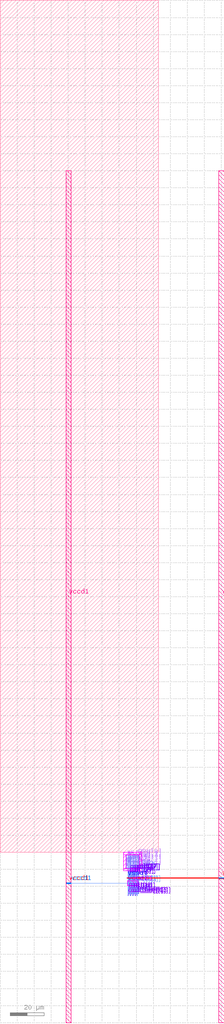
<source format=lef>
VERSION 5.7 ;
  NOWIREEXTENSIONATPIN ON ;
  DIVIDERCHAR "/" ;
  BUSBITCHARS "[]" ;
MACRO flash_array_8x8
  CLASS BLOCK ;
  FOREIGN flash_array_8x8 ;
  ORIGIN 0.000 0.000 ;
  SIZE 93.100 BY 500.000 ;
  PIN sen2
    ANTENNAGATEAREA 0.504000 ;
    PORT
      LAYER li1 ;
        RECT 75.290 -11.940 75.460 -11.925 ;
        RECT 76.730 -11.940 76.900 -11.925 ;
        RECT 78.170 -11.940 78.340 -11.925 ;
        RECT 79.610 -11.940 79.780 -11.925 ;
        RECT 75.210 -12.110 75.540 -11.940 ;
        RECT 76.650 -12.110 76.980 -11.940 ;
        RECT 78.090 -12.110 78.420 -11.940 ;
        RECT 79.530 -12.110 79.860 -11.940 ;
        RECT 75.910 -24.445 76.240 -24.275 ;
        RECT 77.350 -24.445 77.680 -24.275 ;
        RECT 78.790 -24.445 79.120 -24.275 ;
        RECT 80.230 -24.445 80.560 -24.275 ;
        RECT 75.990 -24.460 76.160 -24.445 ;
        RECT 77.430 -24.460 77.600 -24.445 ;
        RECT 78.870 -24.460 79.040 -24.445 ;
        RECT 80.310 -24.460 80.480 -24.445 ;
      LAYER mcon ;
        RECT 75.290 -12.095 75.460 -11.925 ;
        RECT 76.730 -12.095 76.900 -11.925 ;
        RECT 78.170 -12.095 78.340 -11.925 ;
        RECT 79.610 -12.095 79.780 -11.925 ;
      LAYER met1 ;
        RECT 75.005 -12.125 81.605 -11.895 ;
        RECT 81.465 -24.260 81.605 -12.125 ;
        RECT 75.005 -24.490 81.605 -24.260 ;
    END
  END sen2
  PIN sen1
    ANTENNAGATEAREA 0.504000 ;
    PORT
      LAYER li1 ;
        RECT 75.690 -12.450 76.020 -12.280 ;
        RECT 77.130 -12.450 77.460 -12.280 ;
        RECT 78.570 -12.450 78.900 -12.280 ;
        RECT 80.010 -12.450 80.340 -12.280 ;
        RECT 75.770 -12.465 75.940 -12.450 ;
        RECT 77.210 -12.465 77.380 -12.450 ;
        RECT 78.650 -12.465 78.820 -12.450 ;
        RECT 80.090 -12.465 80.260 -12.450 ;
        RECT 75.510 -23.935 75.680 -23.920 ;
        RECT 76.950 -23.935 77.120 -23.920 ;
        RECT 78.390 -23.935 78.560 -23.920 ;
        RECT 79.830 -23.935 80.000 -23.920 ;
        RECT 75.430 -24.105 75.760 -23.935 ;
        RECT 76.870 -24.105 77.200 -23.935 ;
        RECT 78.310 -24.105 78.640 -23.935 ;
        RECT 79.750 -24.105 80.080 -23.935 ;
      LAYER mcon ;
        RECT 75.510 -24.090 75.680 -23.920 ;
        RECT 76.950 -24.090 77.120 -23.920 ;
        RECT 78.390 -24.090 78.560 -23.920 ;
        RECT 79.830 -24.090 80.000 -23.920 ;
      LAYER met1 ;
        RECT 75.005 -12.495 81.325 -12.265 ;
        RECT 81.185 -23.890 81.325 -12.495 ;
        RECT 75.005 -24.120 81.325 -23.890 ;
    END
  END sen1
  PIN BL[7]
    ANTENNAGATEAREA 0.126000 ;
    ANTENNADIFFAREA 0.273000 ;
    PORT
      LAYER li1 ;
        RECT 80.240 -2.240 80.570 -2.070 ;
        RECT 80.240 -8.900 80.570 -8.730 ;
        RECT 80.085 -13.735 80.415 -13.565 ;
      LAYER mcon ;
        RECT 80.320 -2.240 80.490 -2.070 ;
        RECT 80.320 -8.900 80.490 -8.730 ;
        RECT 80.165 -13.735 80.335 -13.565 ;
      LAYER met1 ;
        RECT 80.320 -2.040 80.490 -1.905 ;
        RECT 80.260 -2.270 80.550 -2.040 ;
        RECT 80.320 -8.700 80.490 -2.270 ;
        RECT 80.260 -8.930 80.550 -8.700 ;
        RECT 80.320 -10.455 80.490 -8.930 ;
        RECT 80.275 -10.595 80.490 -10.455 ;
        RECT 80.275 -10.895 80.415 -10.595 ;
        RECT 80.155 -11.215 80.415 -10.895 ;
        RECT 80.090 -13.765 80.410 -13.505 ;
      LAYER via ;
        RECT 80.155 -11.185 80.415 -10.925 ;
        RECT 80.120 -13.765 80.380 -13.505 ;
      LAYER met2 ;
        RECT 80.155 -11.215 80.415 -10.895 ;
        RECT 80.155 -13.505 80.295 -11.215 ;
        RECT 80.090 -13.765 80.410 -13.505 ;
    END
  END BL[7]
  PIN BL[6]
    ANTENNAGATEAREA 0.126000 ;
    ANTENNADIFFAREA 0.273000 ;
    PORT
      LAYER li1 ;
        RECT 79.520 -2.240 79.850 -2.070 ;
        RECT 79.520 -8.900 79.850 -8.730 ;
        RECT 79.675 -22.800 80.005 -22.630 ;
      LAYER mcon ;
        RECT 79.600 -2.240 79.770 -2.070 ;
        RECT 79.600 -8.900 79.770 -8.730 ;
        RECT 79.755 -22.800 79.925 -22.630 ;
      LAYER met1 ;
        RECT 79.600 -2.040 79.770 -1.905 ;
        RECT 79.540 -2.270 79.830 -2.040 ;
        RECT 79.600 -8.700 79.770 -2.270 ;
        RECT 79.540 -8.930 79.830 -8.700 ;
        RECT 79.600 -10.455 79.770 -8.930 ;
        RECT 79.600 -10.595 79.835 -10.455 ;
        RECT 79.695 -10.895 79.835 -10.595 ;
        RECT 79.695 -11.155 80.015 -10.895 ;
        RECT 79.680 -22.860 80.000 -22.600 ;
      LAYER via ;
        RECT 79.725 -11.155 79.985 -10.895 ;
        RECT 79.710 -22.860 79.970 -22.600 ;
      LAYER met2 ;
        RECT 79.695 -11.155 80.015 -10.895 ;
        RECT 79.795 -22.600 79.935 -11.155 ;
        RECT 79.680 -22.860 80.000 -22.600 ;
    END
  END BL[6]
  PIN BL[5]
    ANTENNAGATEAREA 0.126000 ;
    ANTENNADIFFAREA 0.273000 ;
    PORT
      LAYER li1 ;
        RECT 78.800 -2.240 79.130 -2.070 ;
        RECT 78.800 -8.900 79.130 -8.730 ;
        RECT 78.645 -13.735 78.975 -13.565 ;
      LAYER mcon ;
        RECT 78.880 -2.240 79.050 -2.070 ;
        RECT 78.880 -8.900 79.050 -8.730 ;
        RECT 78.725 -13.735 78.895 -13.565 ;
      LAYER met1 ;
        RECT 78.880 -2.040 79.050 -1.905 ;
        RECT 78.820 -2.270 79.110 -2.040 ;
        RECT 78.880 -8.700 79.050 -2.270 ;
        RECT 78.820 -8.930 79.110 -8.700 ;
        RECT 78.880 -10.455 79.050 -8.930 ;
        RECT 78.835 -10.595 79.050 -10.455 ;
        RECT 78.835 -10.895 78.975 -10.595 ;
        RECT 78.715 -11.215 78.975 -10.895 ;
        RECT 78.650 -13.765 78.970 -13.505 ;
      LAYER via ;
        RECT 78.715 -11.185 78.975 -10.925 ;
        RECT 78.680 -13.765 78.940 -13.505 ;
      LAYER met2 ;
        RECT 78.715 -11.215 78.975 -10.895 ;
        RECT 78.715 -13.505 78.855 -11.215 ;
        RECT 78.650 -13.765 78.970 -13.505 ;
    END
  END BL[5]
  PIN BL[4]
    ANTENNAGATEAREA 0.126000 ;
    ANTENNADIFFAREA 0.273000 ;
    PORT
      LAYER li1 ;
        RECT 78.080 -2.240 78.410 -2.070 ;
        RECT 78.080 -8.900 78.410 -8.730 ;
        RECT 78.235 -22.800 78.565 -22.630 ;
      LAYER mcon ;
        RECT 78.160 -2.240 78.330 -2.070 ;
        RECT 78.160 -8.900 78.330 -8.730 ;
        RECT 78.315 -22.800 78.485 -22.630 ;
      LAYER met1 ;
        RECT 78.160 -2.040 78.330 -1.905 ;
        RECT 78.100 -2.270 78.390 -2.040 ;
        RECT 78.160 -8.700 78.330 -2.270 ;
        RECT 78.100 -8.930 78.390 -8.700 ;
        RECT 78.160 -10.455 78.330 -8.930 ;
        RECT 78.160 -10.595 78.395 -10.455 ;
        RECT 78.255 -10.895 78.395 -10.595 ;
        RECT 78.255 -11.155 78.575 -10.895 ;
        RECT 78.240 -22.860 78.560 -22.600 ;
      LAYER via ;
        RECT 78.285 -11.155 78.545 -10.895 ;
        RECT 78.270 -22.860 78.530 -22.600 ;
      LAYER met2 ;
        RECT 78.255 -11.155 78.575 -10.895 ;
        RECT 78.355 -22.600 78.495 -11.155 ;
        RECT 78.240 -22.860 78.560 -22.600 ;
    END
  END BL[4]
  PIN BL[3]
    ANTENNAGATEAREA 0.126000 ;
    ANTENNADIFFAREA 0.273000 ;
    PORT
      LAYER li1 ;
        RECT 77.360 -2.240 77.690 -2.070 ;
        RECT 77.360 -8.900 77.690 -8.730 ;
        RECT 77.205 -13.735 77.535 -13.565 ;
      LAYER mcon ;
        RECT 77.440 -2.240 77.610 -2.070 ;
        RECT 77.440 -8.900 77.610 -8.730 ;
        RECT 77.285 -13.735 77.455 -13.565 ;
      LAYER met1 ;
        RECT 77.440 -2.040 77.610 -1.905 ;
        RECT 77.380 -2.270 77.670 -2.040 ;
        RECT 77.440 -8.700 77.610 -2.270 ;
        RECT 77.380 -8.930 77.670 -8.700 ;
        RECT 77.440 -10.455 77.610 -8.930 ;
        RECT 77.395 -10.595 77.610 -10.455 ;
        RECT 77.395 -10.895 77.535 -10.595 ;
        RECT 77.275 -11.215 77.535 -10.895 ;
        RECT 77.210 -13.765 77.530 -13.505 ;
      LAYER via ;
        RECT 77.275 -11.185 77.535 -10.925 ;
        RECT 77.240 -13.765 77.500 -13.505 ;
      LAYER met2 ;
        RECT 77.275 -11.215 77.535 -10.895 ;
        RECT 77.275 -13.505 77.415 -11.215 ;
        RECT 77.210 -13.765 77.530 -13.505 ;
    END
  END BL[3]
  PIN BL[2]
    ANTENNAGATEAREA 0.126000 ;
    ANTENNADIFFAREA 0.273000 ;
    PORT
      LAYER li1 ;
        RECT 76.640 -2.240 76.970 -2.070 ;
        RECT 76.640 -8.900 76.970 -8.730 ;
        RECT 76.795 -22.800 77.125 -22.630 ;
      LAYER mcon ;
        RECT 76.720 -2.240 76.890 -2.070 ;
        RECT 76.720 -8.900 76.890 -8.730 ;
        RECT 76.875 -22.800 77.045 -22.630 ;
      LAYER met1 ;
        RECT 76.720 -2.040 76.890 -1.905 ;
        RECT 76.660 -2.270 76.950 -2.040 ;
        RECT 76.720 -8.700 76.890 -2.270 ;
        RECT 76.660 -8.930 76.950 -8.700 ;
        RECT 76.720 -10.455 76.890 -8.930 ;
        RECT 76.720 -10.595 76.955 -10.455 ;
        RECT 76.815 -10.895 76.955 -10.595 ;
        RECT 76.815 -11.155 77.135 -10.895 ;
        RECT 76.800 -22.860 77.120 -22.600 ;
      LAYER via ;
        RECT 76.845 -11.155 77.105 -10.895 ;
        RECT 76.830 -22.860 77.090 -22.600 ;
      LAYER met2 ;
        RECT 76.815 -11.155 77.135 -10.895 ;
        RECT 76.915 -22.600 77.055 -11.155 ;
        RECT 76.800 -22.860 77.120 -22.600 ;
    END
  END BL[2]
  PIN BL[1]
    ANTENNAGATEAREA 0.126000 ;
    ANTENNADIFFAREA 0.273000 ;
    PORT
      LAYER li1 ;
        RECT 75.920 -2.240 76.250 -2.070 ;
        RECT 75.920 -8.900 76.250 -8.730 ;
        RECT 75.765 -13.735 76.095 -13.565 ;
      LAYER mcon ;
        RECT 76.000 -2.240 76.170 -2.070 ;
        RECT 76.000 -8.900 76.170 -8.730 ;
        RECT 75.845 -13.735 76.015 -13.565 ;
      LAYER met1 ;
        RECT 76.000 -2.040 76.170 -1.905 ;
        RECT 75.940 -2.270 76.230 -2.040 ;
        RECT 76.000 -8.700 76.170 -2.270 ;
        RECT 75.940 -8.930 76.230 -8.700 ;
        RECT 76.000 -10.455 76.170 -8.930 ;
        RECT 75.955 -10.595 76.170 -10.455 ;
        RECT 75.955 -10.895 76.095 -10.595 ;
        RECT 75.835 -11.215 76.095 -10.895 ;
        RECT 75.770 -13.765 76.090 -13.505 ;
      LAYER via ;
        RECT 75.835 -11.185 76.095 -10.925 ;
        RECT 75.800 -13.765 76.060 -13.505 ;
      LAYER met2 ;
        RECT 75.835 -11.215 76.095 -10.895 ;
        RECT 75.835 -13.505 75.975 -11.215 ;
        RECT 75.770 -13.765 76.090 -13.505 ;
    END
  END BL[1]
  PIN BL[0]
    ANTENNAGATEAREA 0.126000 ;
    ANTENNADIFFAREA 0.273000 ;
    PORT
      LAYER li1 ;
        RECT 75.200 -2.240 75.530 -2.070 ;
        RECT 75.200 -8.900 75.530 -8.730 ;
        RECT 75.355 -22.800 75.685 -22.630 ;
      LAYER mcon ;
        RECT 75.280 -2.240 75.450 -2.070 ;
        RECT 75.280 -8.900 75.450 -8.730 ;
        RECT 75.435 -22.800 75.605 -22.630 ;
      LAYER met1 ;
        RECT 75.280 -2.040 75.450 -1.905 ;
        RECT 75.220 -2.270 75.510 -2.040 ;
        RECT 75.280 -8.700 75.450 -2.270 ;
        RECT 75.220 -8.930 75.510 -8.700 ;
        RECT 75.280 -10.455 75.450 -8.930 ;
        RECT 75.280 -10.595 75.515 -10.455 ;
        RECT 75.375 -10.895 75.515 -10.595 ;
        RECT 75.375 -11.155 75.695 -10.895 ;
        RECT 75.360 -22.860 75.680 -22.600 ;
      LAYER via ;
        RECT 75.405 -11.155 75.665 -10.895 ;
        RECT 75.390 -22.860 75.650 -22.600 ;
      LAYER met2 ;
        RECT 75.375 -11.155 75.695 -10.895 ;
        RECT 75.475 -22.600 75.615 -11.155 ;
        RECT 75.360 -22.860 75.680 -22.600 ;
    END
  END BL[0]
  PIN VBPW
    ANTENNADIFFAREA 8.916200 ;
    PORT
      LAYER li1 ;
        RECT 74.090 -1.730 81.670 -1.560 ;
        RECT 81.340 -3.260 81.670 -3.090 ;
        RECT 74.090 -3.690 74.420 -3.520 ;
        RECT 81.340 -4.120 81.670 -3.950 ;
        RECT 74.090 -4.550 74.420 -4.380 ;
        RECT 74.090 -6.590 74.420 -6.420 ;
        RECT 81.340 -7.020 81.670 -6.850 ;
        RECT 74.090 -7.450 74.420 -7.280 ;
        RECT 81.340 -7.880 81.670 -7.710 ;
        RECT 74.090 -9.410 81.670 -9.240 ;
      LAYER mcon ;
        RECT 74.170 -1.730 74.340 -1.560 ;
        RECT 81.420 -1.730 81.590 -1.560 ;
        RECT 81.420 -3.260 81.590 -3.090 ;
        RECT 74.170 -3.690 74.340 -3.520 ;
        RECT 81.420 -4.120 81.590 -3.950 ;
        RECT 74.170 -4.550 74.340 -4.380 ;
        RECT 74.170 -6.590 74.340 -6.420 ;
        RECT 81.420 -7.020 81.590 -6.850 ;
        RECT 74.170 -7.450 74.340 -7.280 ;
        RECT 81.420 -7.880 81.590 -7.710 ;
        RECT 74.170 -9.410 74.340 -9.240 ;
        RECT 81.420 -9.410 81.590 -9.240 ;
      LAYER met1 ;
        RECT 74.110 -1.760 74.400 -1.530 ;
        RECT 81.360 -1.760 81.650 -1.530 ;
        RECT 74.170 -3.490 74.340 -1.760 ;
        RECT 81.420 -3.060 81.590 -1.760 ;
        RECT 81.390 -3.290 81.620 -3.060 ;
        RECT 74.140 -3.720 74.370 -3.490 ;
        RECT 74.170 -4.350 74.340 -3.720 ;
        RECT 81.420 -3.920 81.590 -3.290 ;
        RECT 81.390 -4.150 81.620 -3.920 ;
        RECT 74.140 -4.580 74.370 -4.350 ;
        RECT 74.170 -6.390 74.340 -4.580 ;
        RECT 74.140 -6.620 74.370 -6.390 ;
        RECT 74.170 -7.250 74.340 -6.620 ;
        RECT 81.420 -6.820 81.590 -4.150 ;
        RECT 81.390 -7.050 81.620 -6.820 ;
        RECT 74.140 -7.480 74.370 -7.250 ;
        RECT 74.170 -9.210 74.340 -7.480 ;
        RECT 81.420 -7.680 81.590 -7.050 ;
        RECT 81.390 -7.910 81.620 -7.680 ;
        RECT 81.420 -9.210 81.590 -7.910 ;
        RECT 74.110 -9.440 74.400 -9.210 ;
        RECT 81.360 -9.440 81.650 -9.210 ;
    END
  END VBPW
  PIN SSL[1]
    ANTENNAGATEAREA 1.680000 ;
    PORT
      LAYER li1 ;
        RECT 80.860 -8.515 81.190 -8.345 ;
    END
  END SSL[1]
  PIN out[6]
    ANTENNADIFFAREA 0.111300 ;
    PORT
      LAYER li1 ;
        RECT 79.840 -25.055 80.010 -24.635 ;
    END
  END out[6]
  PIN out[4]
    ANTENNADIFFAREA 0.111300 ;
    PORT
      LAYER li1 ;
        RECT 78.400 -25.055 78.570 -24.635 ;
    END
  END out[4]
  PIN out[2]
    ANTENNADIFFAREA 0.111300 ;
    PORT
      LAYER li1 ;
        RECT 76.960 -25.055 77.130 -24.635 ;
    END
  END out[2]
  PIN out[0]
    ANTENNADIFFAREA 0.111300 ;
    PORT
      LAYER li1 ;
        RECT 75.520 -25.055 75.690 -24.635 ;
    END
  END out[0]
  PIN WL1[1]
    ANTENNAGATEAREA 0.792000 ;
    PORT
      LAYER li1 ;
        RECT 80.865 -7.450 81.195 -7.280 ;
    END
  END WL1[1]
  PIN WL1[0]
    ANTENNAGATEAREA 0.792000 ;
    PORT
      LAYER li1 ;
        RECT 74.575 -7.880 74.905 -7.710 ;
    END
  END WL1[0]
  PIN WL1[3]
    ANTENNAGATEAREA 0.792000 ;
    PORT
      LAYER li1 ;
        RECT 80.865 -6.590 81.195 -6.420 ;
    END
  END WL1[3]
  PIN WL1[2]
    ANTENNAGATEAREA 0.792000 ;
    PORT
      LAYER li1 ;
        RECT 74.575 -7.020 74.905 -6.850 ;
    END
  END WL1[2]
  PIN SL
    ANTENNADIFFAREA 1.344000 ;
    PORT
      LAYER li1 ;
        RECT 75.005 -5.570 80.765 -5.400 ;
    END
  END SL
  PIN GSL[1]
    ANTENNAGATEAREA 1.680000 ;
    PORT
      LAYER li1 ;
        RECT 74.535 -5.905 74.865 -5.735 ;
    END
  END GSL[1]
  PIN GSL[0]
    ANTENNAGATEAREA 1.680000 ;
    PORT
      LAYER li1 ;
        RECT 74.535 -5.235 74.865 -5.065 ;
    END
  END GSL[0]
  PIN WL0[3]
    ANTENNAGATEAREA 0.792000 ;
    PORT
      LAYER li1 ;
        RECT 80.865 -4.550 81.195 -4.380 ;
    END
  END WL0[3]
  PIN WL0[2]
    ANTENNAGATEAREA 0.792000 ;
    PORT
      LAYER li1 ;
        RECT 74.575 -4.120 74.905 -3.950 ;
    END
  END WL0[2]
  PIN WL0[1]
    ANTENNAGATEAREA 0.792000 ;
    PORT
      LAYER li1 ;
        RECT 80.865 -3.690 81.195 -3.520 ;
    END
  END WL0[1]
  PIN WL0[0]
    ANTENNAGATEAREA 0.792000 ;
    PORT
      LAYER li1 ;
        RECT 74.575 -3.260 74.905 -3.090 ;
    END
  END WL0[0]
  PIN SSL[0]
    ANTENNAGATEAREA 1.680000 ;
    PORT
      LAYER li1 ;
        RECT 80.860 -2.625 81.190 -2.455 ;
    END
  END SSL[0]
  PIN out[7]
    ANTENNADIFFAREA 0.111300 ;
    PORT
      LAYER li1 ;
        RECT 80.080 -11.750 80.250 -11.330 ;
      LAYER mcon ;
        RECT 80.080 -11.625 80.250 -11.455 ;
      LAYER met1 ;
        RECT 80.435 -11.395 80.695 -11.380 ;
        RECT 79.990 -11.685 80.695 -11.395 ;
        RECT 80.435 -11.700 80.695 -11.685 ;
      LAYER via ;
        RECT 80.435 -11.670 80.695 -11.410 ;
      LAYER met2 ;
        RECT 80.435 -11.700 80.695 -11.380 ;
        RECT 80.555 -25.430 80.695 -11.700 ;
    END
  END out[7]
  PIN out_en[3]
    ANTENNAGATEAREA 0.126000 ;
    PORT
      LAYER li1 ;
        RECT 79.440 -11.140 80.545 -10.970 ;
        RECT 79.440 -11.680 79.610 -11.140 ;
        RECT 79.440 -25.415 79.875 -25.245 ;
      LAYER met1 ;
        RECT 79.395 -11.755 79.655 -11.435 ;
        RECT 79.395 -25.490 79.655 -25.170 ;
      LAYER via ;
        RECT 79.395 -11.725 79.655 -11.465 ;
        RECT 79.395 -25.460 79.655 -25.200 ;
      LAYER met2 ;
        RECT 79.395 -11.755 79.655 -11.435 ;
        RECT 79.395 -25.170 79.535 -11.755 ;
        RECT 79.395 -25.490 79.655 -25.170 ;
    END
  END out_en[3]
  PIN out[5]
    ANTENNADIFFAREA 0.111300 ;
    PORT
      LAYER li1 ;
        RECT 78.640 -11.750 78.810 -11.330 ;
      LAYER mcon ;
        RECT 78.640 -11.625 78.810 -11.455 ;
      LAYER met1 ;
        RECT 78.995 -11.395 79.255 -11.380 ;
        RECT 78.550 -11.685 79.255 -11.395 ;
        RECT 78.995 -11.700 79.255 -11.685 ;
      LAYER via ;
        RECT 78.995 -11.670 79.255 -11.410 ;
      LAYER met2 ;
        RECT 78.995 -11.700 79.255 -11.380 ;
        RECT 79.115 -25.430 79.255 -11.700 ;
    END
  END out[5]
  PIN out_en[2]
    ANTENNAGATEAREA 0.126000 ;
    PORT
      LAYER li1 ;
        RECT 78.000 -11.140 79.105 -10.970 ;
        RECT 78.000 -11.680 78.170 -11.140 ;
        RECT 78.000 -25.415 78.435 -25.245 ;
      LAYER met1 ;
        RECT 77.955 -11.755 78.215 -11.435 ;
        RECT 77.955 -25.490 78.215 -25.170 ;
      LAYER via ;
        RECT 77.955 -11.725 78.215 -11.465 ;
        RECT 77.955 -25.460 78.215 -25.200 ;
      LAYER met2 ;
        RECT 77.955 -11.755 78.215 -11.435 ;
        RECT 77.955 -25.170 78.095 -11.755 ;
        RECT 77.955 -25.490 78.215 -25.170 ;
    END
  END out_en[2]
  PIN out[3]
    ANTENNADIFFAREA 0.111300 ;
    PORT
      LAYER li1 ;
        RECT 77.200 -11.750 77.370 -11.330 ;
      LAYER mcon ;
        RECT 77.200 -11.625 77.370 -11.455 ;
      LAYER met1 ;
        RECT 77.555 -11.395 77.815 -11.380 ;
        RECT 77.110 -11.685 77.815 -11.395 ;
        RECT 77.555 -11.700 77.815 -11.685 ;
      LAYER via ;
        RECT 77.555 -11.670 77.815 -11.410 ;
      LAYER met2 ;
        RECT 77.555 -11.700 77.815 -11.380 ;
        RECT 77.675 -25.430 77.815 -11.700 ;
    END
  END out[3]
  PIN out_en[1]
    ANTENNAGATEAREA 0.126000 ;
    PORT
      LAYER li1 ;
        RECT 76.560 -11.140 77.665 -10.970 ;
        RECT 76.560 -11.680 76.730 -11.140 ;
        RECT 76.560 -25.415 76.995 -25.245 ;
      LAYER met1 ;
        RECT 76.515 -11.755 76.775 -11.435 ;
        RECT 76.515 -25.490 76.775 -25.170 ;
      LAYER via ;
        RECT 76.515 -11.725 76.775 -11.465 ;
        RECT 76.515 -25.460 76.775 -25.200 ;
      LAYER met2 ;
        RECT 76.515 -11.755 76.775 -11.435 ;
        RECT 76.515 -25.170 76.655 -11.755 ;
        RECT 76.515 -25.490 76.775 -25.170 ;
    END
  END out_en[1]
  PIN out[1]
    ANTENNADIFFAREA 0.111300 ;
    PORT
      LAYER li1 ;
        RECT 75.760 -11.750 75.930 -11.330 ;
      LAYER mcon ;
        RECT 75.760 -11.625 75.930 -11.455 ;
      LAYER met1 ;
        RECT 76.115 -11.395 76.375 -11.380 ;
        RECT 75.670 -11.685 76.375 -11.395 ;
        RECT 76.115 -11.700 76.375 -11.685 ;
      LAYER via ;
        RECT 76.115 -11.670 76.375 -11.410 ;
      LAYER met2 ;
        RECT 76.115 -11.700 76.375 -11.380 ;
        RECT 76.235 -25.430 76.375 -11.700 ;
    END
  END out[1]
  PIN out_en[0]
    ANTENNAGATEAREA 0.126000 ;
    PORT
      LAYER li1 ;
        RECT 75.120 -11.140 76.225 -10.970 ;
        RECT 75.120 -11.680 75.290 -11.140 ;
        RECT 75.120 -25.415 75.555 -25.245 ;
      LAYER met1 ;
        RECT 75.075 -11.755 75.335 -11.435 ;
        RECT 75.075 -25.490 75.335 -25.170 ;
      LAYER via ;
        RECT 75.075 -11.725 75.335 -11.465 ;
        RECT 75.075 -25.460 75.335 -25.200 ;
      LAYER met2 ;
        RECT 75.075 -11.755 75.335 -11.435 ;
        RECT 75.075 -25.170 75.215 -11.755 ;
        RECT 75.075 -25.490 75.335 -25.170 ;
    END
  END out_en[0]
  PIN vccd1
    DIRECTION INOUT ;
    USE POWER ;
    PORT
      LAYER nwell ;
        RECT 74.825 -19.565 80.945 -16.815 ;
      LAYER li1 ;
        RECT 75.640 -18.105 75.810 -17.010 ;
        RECT 77.080 -18.105 77.250 -17.010 ;
        RECT 78.520 -18.105 78.690 -17.010 ;
        RECT 79.960 -18.105 80.130 -17.010 ;
        RECT 75.005 -18.275 80.765 -18.105 ;
        RECT 75.640 -19.370 75.810 -18.275 ;
        RECT 77.080 -19.370 77.250 -18.275 ;
        RECT 78.520 -19.370 78.690 -18.275 ;
        RECT 79.960 -19.370 80.130 -18.275 ;
      LAYER mcon ;
        RECT 75.640 -18.275 75.810 -18.105 ;
        RECT 77.080 -18.275 77.250 -18.105 ;
        RECT 78.520 -18.275 78.690 -18.105 ;
        RECT 79.960 -18.275 80.130 -18.105 ;
      LAYER met1 ;
        RECT 74.615 -18.075 74.935 -18.060 ;
        RECT 74.615 -18.305 80.765 -18.075 ;
        RECT 74.615 -18.320 74.935 -18.305 ;
      LAYER via ;
        RECT 74.645 -18.320 74.905 -18.060 ;
      LAYER met2 ;
        RECT 38.685 -18.120 41.785 -18.050 ;
        RECT 74.615 -18.120 74.935 -18.060 ;
        RECT 38.685 -18.260 74.935 -18.120 ;
        RECT 38.685 -18.330 41.785 -18.260 ;
        RECT 74.615 -18.320 74.935 -18.260 ;
      LAYER via2 ;
        RECT 39.060 -18.330 39.340 -18.050 ;
        RECT 39.460 -18.330 39.740 -18.050 ;
        RECT 39.860 -18.330 40.140 -18.050 ;
        RECT 40.260 -18.330 40.540 -18.050 ;
        RECT 40.660 -18.330 40.940 -18.050 ;
        RECT 41.060 -18.330 41.340 -18.050 ;
        RECT 41.460 -18.330 41.740 -18.050 ;
      LAYER met3 ;
        RECT 38.685 -18.390 41.785 -17.990 ;
      LAYER via3 ;
        RECT 39.040 -18.350 39.360 -18.030 ;
        RECT 39.440 -18.350 39.760 -18.030 ;
        RECT 39.840 -18.350 40.160 -18.030 ;
        RECT 40.240 -18.350 40.560 -18.030 ;
        RECT 40.640 -18.350 40.960 -18.030 ;
        RECT 41.040 -18.350 41.360 -18.030 ;
        RECT 41.440 -18.350 41.760 -18.030 ;
      LAYER met4 ;
        RECT 38.685 -100.000 41.785 400.000 ;
    END
  END vccd1
  PIN vssd1
    DIRECTION INOUT ;
    USE GROUND ;
    PORT
      LAYER li1 ;
        RECT 75.855 -13.965 76.025 -13.905 ;
        RECT 77.295 -13.965 77.465 -13.905 ;
        RECT 78.735 -13.965 78.905 -13.905 ;
        RECT 80.175 -13.965 80.345 -13.905 ;
        RECT 75.835 -14.135 76.025 -13.965 ;
        RECT 77.275 -14.135 77.465 -13.965 ;
        RECT 78.715 -14.135 78.905 -13.965 ;
        RECT 80.155 -14.135 80.345 -13.965 ;
        RECT 75.855 -14.655 76.025 -14.135 ;
        RECT 77.295 -14.655 77.465 -14.135 ;
        RECT 78.735 -14.655 78.905 -14.135 ;
        RECT 80.175 -14.655 80.345 -14.135 ;
        RECT 75.560 -15.275 75.890 -15.105 ;
        RECT 77.000 -15.275 77.330 -15.105 ;
        RECT 78.440 -15.275 78.770 -15.105 ;
        RECT 79.880 -15.275 80.210 -15.105 ;
        RECT 75.640 -15.920 75.810 -15.275 ;
        RECT 77.080 -15.920 77.250 -15.275 ;
        RECT 78.520 -15.920 78.690 -15.275 ;
        RECT 79.960 -15.920 80.130 -15.275 ;
        RECT 75.640 -21.090 75.810 -20.460 ;
        RECT 77.080 -21.090 77.250 -20.460 ;
        RECT 78.520 -21.090 78.690 -20.460 ;
        RECT 79.960 -21.090 80.130 -20.460 ;
        RECT 75.560 -21.260 75.890 -21.090 ;
        RECT 77.000 -21.260 77.330 -21.090 ;
        RECT 78.440 -21.260 78.770 -21.090 ;
        RECT 79.880 -21.260 80.210 -21.090 ;
        RECT 75.425 -22.230 75.595 -21.710 ;
        RECT 76.865 -22.230 77.035 -21.710 ;
        RECT 78.305 -22.230 78.475 -21.710 ;
        RECT 79.745 -22.230 79.915 -21.710 ;
        RECT 75.425 -22.400 75.615 -22.230 ;
        RECT 76.865 -22.400 77.055 -22.230 ;
        RECT 78.305 -22.400 78.495 -22.230 ;
        RECT 79.745 -22.400 79.935 -22.230 ;
        RECT 75.425 -22.460 75.595 -22.400 ;
        RECT 76.865 -22.460 77.035 -22.400 ;
        RECT 78.305 -22.460 78.475 -22.400 ;
        RECT 79.745 -22.460 79.915 -22.400 ;
      LAYER mcon ;
        RECT 75.835 -14.135 76.005 -13.965 ;
        RECT 77.275 -14.135 77.445 -13.965 ;
        RECT 78.715 -14.135 78.885 -13.965 ;
        RECT 80.155 -14.135 80.325 -13.965 ;
        RECT 75.640 -15.275 75.810 -15.105 ;
        RECT 77.080 -15.275 77.250 -15.105 ;
        RECT 78.520 -15.275 78.690 -15.105 ;
        RECT 79.960 -15.275 80.130 -15.105 ;
        RECT 75.640 -21.260 75.810 -21.090 ;
        RECT 77.080 -21.260 77.250 -21.090 ;
        RECT 78.520 -21.260 78.690 -21.090 ;
        RECT 79.960 -21.260 80.130 -21.090 ;
        RECT 75.445 -22.400 75.615 -22.230 ;
        RECT 76.885 -22.400 77.055 -22.230 ;
        RECT 78.325 -22.400 78.495 -22.230 ;
        RECT 79.765 -22.400 79.935 -22.230 ;
      LAYER met1 ;
        RECT 75.805 -14.195 76.035 -13.905 ;
        RECT 77.245 -14.195 77.475 -13.905 ;
        RECT 78.685 -14.195 78.915 -13.905 ;
        RECT 80.125 -14.195 80.355 -13.905 ;
        RECT 75.805 -15.075 75.945 -14.195 ;
        RECT 77.245 -15.075 77.385 -14.195 ;
        RECT 78.685 -15.075 78.825 -14.195 ;
        RECT 80.125 -15.075 80.265 -14.195 ;
        RECT 74.615 -15.120 74.935 -15.085 ;
        RECT 75.580 -15.120 75.945 -15.075 ;
        RECT 77.020 -15.120 77.385 -15.075 ;
        RECT 78.460 -15.120 78.825 -15.075 ;
        RECT 79.900 -15.120 80.265 -15.075 ;
        RECT 74.615 -15.305 81.045 -15.120 ;
        RECT 74.615 -15.345 74.935 -15.305 ;
        RECT 80.905 -21.060 81.045 -15.305 ;
        RECT 75.005 -21.245 81.045 -21.060 ;
        RECT 75.505 -21.290 75.870 -21.245 ;
        RECT 76.945 -21.290 77.310 -21.245 ;
        RECT 78.385 -21.290 78.750 -21.245 ;
        RECT 79.825 -21.290 80.190 -21.245 ;
        RECT 75.505 -22.170 75.645 -21.290 ;
        RECT 76.945 -22.170 77.085 -21.290 ;
        RECT 78.385 -22.170 78.525 -21.290 ;
        RECT 79.825 -22.170 79.965 -21.290 ;
        RECT 75.415 -22.460 75.645 -22.170 ;
        RECT 76.855 -22.460 77.085 -22.170 ;
        RECT 78.295 -22.460 78.525 -22.170 ;
        RECT 79.735 -22.460 79.965 -22.170 ;
      LAYER via ;
        RECT 74.645 -15.345 74.905 -15.085 ;
      LAYER met2 ;
        RECT 74.565 -15.355 74.935 -15.075 ;
      LAYER via2 ;
        RECT 74.610 -15.355 74.890 -15.075 ;
      LAYER met3 ;
        RECT 128.685 -15.050 131.785 -15.015 ;
        RECT 74.585 -15.380 131.785 -15.050 ;
        RECT 128.685 -15.415 131.785 -15.380 ;
      LAYER via3 ;
        RECT 128.690 -15.375 129.010 -15.055 ;
        RECT 129.090 -15.375 129.410 -15.055 ;
        RECT 129.490 -15.375 129.810 -15.055 ;
        RECT 129.890 -15.375 130.210 -15.055 ;
        RECT 130.290 -15.375 130.610 -15.055 ;
        RECT 130.690 -15.375 131.010 -15.055 ;
        RECT 131.090 -15.375 131.410 -15.055 ;
      LAYER met4 ;
        RECT 128.685 -100.000 131.785 400.000 ;
    END
  END vssd1
  OBS
      LAYER nwell ;
        RECT 72.490 -1.430 83.280 0.000 ;
        RECT 72.490 -9.540 73.920 -1.430 ;
        RECT 81.850 -9.540 83.280 -1.430 ;
        RECT 72.490 -10.970 83.280 -9.540 ;
      LAYER li1 ;
        RECT 75.570 -0.350 75.900 -0.180 ;
        RECT 77.010 -0.350 77.340 -0.180 ;
        RECT 78.450 -0.350 78.780 -0.180 ;
        RECT 79.890 -0.350 80.220 -0.180 ;
        RECT 75.570 -10.790 75.900 -10.620 ;
        RECT 77.010 -10.790 77.340 -10.620 ;
        RECT 78.450 -10.790 78.780 -10.620 ;
        RECT 79.890 -10.790 80.220 -10.620 ;
        RECT 76.190 -11.455 76.360 -11.330 ;
        RECT 77.630 -11.455 77.800 -11.330 ;
        RECT 79.070 -11.455 79.240 -11.330 ;
        RECT 80.510 -11.455 80.680 -11.330 ;
        RECT 76.160 -11.625 76.360 -11.455 ;
        RECT 77.600 -11.625 77.800 -11.455 ;
        RECT 79.040 -11.625 79.240 -11.455 ;
        RECT 80.480 -11.625 80.680 -11.455 ;
        RECT 76.190 -12.670 76.360 -11.625 ;
        RECT 77.630 -12.670 77.800 -11.625 ;
        RECT 79.070 -12.670 79.240 -11.625 ;
        RECT 80.510 -12.670 80.680 -11.625 ;
        RECT 75.055 -13.050 75.400 -12.880 ;
        RECT 75.640 -13.220 75.810 -12.755 ;
        RECT 76.155 -12.775 76.360 -12.670 ;
        RECT 76.155 -12.800 76.325 -12.775 ;
        RECT 76.070 -13.130 76.325 -12.800 ;
        RECT 76.495 -13.050 76.840 -12.880 ;
        RECT 76.155 -13.175 76.325 -13.130 ;
        RECT 77.080 -13.220 77.250 -12.755 ;
        RECT 77.595 -12.775 77.800 -12.670 ;
        RECT 77.595 -12.800 77.765 -12.775 ;
        RECT 77.510 -13.130 77.765 -12.800 ;
        RECT 77.935 -13.050 78.280 -12.880 ;
        RECT 77.595 -13.175 77.765 -13.130 ;
        RECT 78.520 -13.220 78.690 -12.755 ;
        RECT 79.035 -12.775 79.240 -12.670 ;
        RECT 79.035 -12.800 79.205 -12.775 ;
        RECT 78.950 -13.130 79.205 -12.800 ;
        RECT 79.375 -13.050 79.720 -12.880 ;
        RECT 79.035 -13.175 79.205 -13.130 ;
        RECT 79.960 -13.220 80.130 -12.755 ;
        RECT 80.475 -12.775 80.680 -12.670 ;
        RECT 80.475 -12.800 80.645 -12.775 ;
        RECT 80.390 -13.130 80.645 -12.800 ;
        RECT 80.475 -13.175 80.645 -13.130 ;
        RECT 75.425 -13.390 75.810 -13.220 ;
        RECT 76.865 -13.390 77.250 -13.220 ;
        RECT 78.305 -13.390 78.690 -13.220 ;
        RECT 79.745 -13.390 80.130 -13.220 ;
        RECT 75.425 -14.655 75.595 -13.390 ;
        RECT 76.865 -14.655 77.035 -13.390 ;
        RECT 78.305 -14.655 78.475 -13.390 ;
        RECT 79.745 -14.655 79.915 -13.390 ;
        RECT 75.090 -14.950 75.305 -14.780 ;
        RECT 76.145 -14.950 76.360 -14.780 ;
        RECT 75.090 -15.590 75.260 -14.950 ;
        RECT 76.190 -15.590 76.360 -14.950 ;
        RECT 75.090 -15.920 75.380 -15.590 ;
        RECT 76.070 -15.920 76.360 -15.590 ;
        RECT 75.090 -16.590 75.260 -15.920 ;
        RECT 75.430 -16.170 75.600 -16.090 ;
        RECT 76.190 -16.170 76.360 -15.920 ;
        RECT 75.430 -16.340 76.360 -16.170 ;
        RECT 75.430 -16.420 75.600 -16.340 ;
        RECT 75.850 -16.590 76.020 -16.510 ;
        RECT 75.090 -16.760 76.020 -16.590 ;
        RECT 75.090 -17.060 75.260 -16.760 ;
        RECT 75.850 -16.840 76.020 -16.760 ;
        RECT 75.090 -17.730 75.380 -17.060 ;
        RECT 76.190 -17.140 76.360 -16.340 ;
        RECT 75.990 -17.310 76.360 -17.140 ;
        RECT 76.190 -17.480 76.360 -17.310 ;
        RECT 75.990 -17.650 76.360 -17.480 ;
        RECT 75.090 -17.835 75.260 -17.730 ;
        RECT 76.190 -17.835 76.360 -17.650 ;
        RECT 76.530 -14.950 76.745 -14.780 ;
        RECT 77.585 -14.950 77.800 -14.780 ;
        RECT 76.530 -15.590 76.700 -14.950 ;
        RECT 77.630 -15.590 77.800 -14.950 ;
        RECT 76.530 -15.920 76.820 -15.590 ;
        RECT 77.510 -15.920 77.800 -15.590 ;
        RECT 76.530 -16.590 76.700 -15.920 ;
        RECT 76.870 -16.170 77.040 -16.090 ;
        RECT 77.630 -16.170 77.800 -15.920 ;
        RECT 76.870 -16.340 77.800 -16.170 ;
        RECT 76.870 -16.420 77.040 -16.340 ;
        RECT 77.290 -16.590 77.460 -16.510 ;
        RECT 76.530 -16.760 77.460 -16.590 ;
        RECT 76.530 -17.060 76.700 -16.760 ;
        RECT 77.290 -16.840 77.460 -16.760 ;
        RECT 76.530 -17.730 76.820 -17.060 ;
        RECT 77.630 -17.140 77.800 -16.340 ;
        RECT 77.430 -17.310 77.800 -17.140 ;
        RECT 77.630 -17.480 77.800 -17.310 ;
        RECT 77.430 -17.650 77.800 -17.480 ;
        RECT 76.530 -17.835 76.700 -17.730 ;
        RECT 77.630 -17.835 77.800 -17.650 ;
        RECT 77.970 -14.950 78.185 -14.780 ;
        RECT 79.025 -14.950 79.240 -14.780 ;
        RECT 77.970 -15.590 78.140 -14.950 ;
        RECT 79.070 -15.590 79.240 -14.950 ;
        RECT 77.970 -15.920 78.260 -15.590 ;
        RECT 78.950 -15.920 79.240 -15.590 ;
        RECT 77.970 -16.590 78.140 -15.920 ;
        RECT 78.310 -16.170 78.480 -16.090 ;
        RECT 79.070 -16.170 79.240 -15.920 ;
        RECT 78.310 -16.340 79.240 -16.170 ;
        RECT 78.310 -16.420 78.480 -16.340 ;
        RECT 78.730 -16.590 78.900 -16.510 ;
        RECT 77.970 -16.760 78.900 -16.590 ;
        RECT 77.970 -17.060 78.140 -16.760 ;
        RECT 78.730 -16.840 78.900 -16.760 ;
        RECT 77.970 -17.730 78.260 -17.060 ;
        RECT 79.070 -17.140 79.240 -16.340 ;
        RECT 78.870 -17.310 79.240 -17.140 ;
        RECT 79.070 -17.480 79.240 -17.310 ;
        RECT 78.870 -17.650 79.240 -17.480 ;
        RECT 77.970 -17.835 78.140 -17.730 ;
        RECT 79.070 -17.835 79.240 -17.650 ;
        RECT 79.410 -14.950 79.625 -14.780 ;
        RECT 80.465 -14.950 80.680 -14.780 ;
        RECT 79.410 -15.590 79.580 -14.950 ;
        RECT 80.510 -15.590 80.680 -14.950 ;
        RECT 79.410 -15.920 79.700 -15.590 ;
        RECT 80.390 -15.920 80.680 -15.590 ;
        RECT 79.410 -16.590 79.580 -15.920 ;
        RECT 79.750 -16.170 79.920 -16.090 ;
        RECT 80.510 -16.170 80.680 -15.920 ;
        RECT 79.750 -16.340 80.680 -16.170 ;
        RECT 79.750 -16.420 79.920 -16.340 ;
        RECT 80.170 -16.590 80.340 -16.510 ;
        RECT 79.410 -16.760 80.340 -16.590 ;
        RECT 79.410 -17.060 79.580 -16.760 ;
        RECT 80.170 -16.840 80.340 -16.760 ;
        RECT 79.410 -17.730 79.700 -17.060 ;
        RECT 80.510 -17.140 80.680 -16.340 ;
        RECT 80.310 -17.310 80.680 -17.140 ;
        RECT 80.510 -17.480 80.680 -17.310 ;
        RECT 80.310 -17.650 80.680 -17.480 ;
        RECT 79.410 -17.835 79.580 -17.730 ;
        RECT 80.510 -17.835 80.680 -17.650 ;
        RECT 75.090 -18.730 75.260 -18.545 ;
        RECT 76.190 -18.730 76.360 -18.545 ;
        RECT 75.090 -18.900 75.460 -18.730 ;
        RECT 75.990 -18.900 76.360 -18.730 ;
        RECT 75.090 -19.070 75.260 -18.900 ;
        RECT 76.190 -19.070 76.360 -18.900 ;
        RECT 75.090 -19.240 75.460 -19.070 ;
        RECT 75.990 -19.240 76.360 -19.070 ;
        RECT 75.090 -20.040 75.260 -19.240 ;
        RECT 75.430 -19.620 75.600 -19.540 ;
        RECT 76.190 -19.620 76.360 -19.240 ;
        RECT 75.430 -19.790 76.360 -19.620 ;
        RECT 75.430 -19.870 75.600 -19.790 ;
        RECT 75.850 -20.040 76.020 -19.960 ;
        RECT 75.090 -20.210 76.020 -20.040 ;
        RECT 75.090 -20.525 75.260 -20.210 ;
        RECT 75.850 -20.290 76.020 -20.210 ;
        RECT 76.190 -20.525 76.360 -19.790 ;
        RECT 75.090 -20.695 75.460 -20.525 ;
        RECT 75.990 -20.695 76.360 -20.525 ;
        RECT 75.090 -21.415 75.260 -20.695 ;
        RECT 76.190 -21.415 76.360 -20.695 ;
        RECT 75.090 -21.585 75.305 -21.415 ;
        RECT 76.145 -21.585 76.360 -21.415 ;
        RECT 76.530 -18.730 76.700 -18.545 ;
        RECT 77.630 -18.730 77.800 -18.545 ;
        RECT 76.530 -18.900 76.900 -18.730 ;
        RECT 77.430 -18.900 77.800 -18.730 ;
        RECT 76.530 -19.070 76.700 -18.900 ;
        RECT 77.630 -19.070 77.800 -18.900 ;
        RECT 76.530 -19.240 76.900 -19.070 ;
        RECT 77.430 -19.240 77.800 -19.070 ;
        RECT 76.530 -20.040 76.700 -19.240 ;
        RECT 76.870 -19.620 77.040 -19.540 ;
        RECT 77.630 -19.620 77.800 -19.240 ;
        RECT 76.870 -19.790 77.800 -19.620 ;
        RECT 76.870 -19.870 77.040 -19.790 ;
        RECT 77.290 -20.040 77.460 -19.960 ;
        RECT 76.530 -20.210 77.460 -20.040 ;
        RECT 76.530 -20.525 76.700 -20.210 ;
        RECT 77.290 -20.290 77.460 -20.210 ;
        RECT 77.630 -20.525 77.800 -19.790 ;
        RECT 76.530 -20.695 76.900 -20.525 ;
        RECT 77.430 -20.695 77.800 -20.525 ;
        RECT 76.530 -21.415 76.700 -20.695 ;
        RECT 77.630 -21.415 77.800 -20.695 ;
        RECT 76.530 -21.585 76.745 -21.415 ;
        RECT 77.585 -21.585 77.800 -21.415 ;
        RECT 77.970 -18.730 78.140 -18.545 ;
        RECT 79.070 -18.730 79.240 -18.545 ;
        RECT 77.970 -18.900 78.340 -18.730 ;
        RECT 78.870 -18.900 79.240 -18.730 ;
        RECT 77.970 -19.070 78.140 -18.900 ;
        RECT 79.070 -19.070 79.240 -18.900 ;
        RECT 77.970 -19.240 78.340 -19.070 ;
        RECT 78.870 -19.240 79.240 -19.070 ;
        RECT 77.970 -20.040 78.140 -19.240 ;
        RECT 78.310 -19.620 78.480 -19.540 ;
        RECT 79.070 -19.620 79.240 -19.240 ;
        RECT 78.310 -19.790 79.240 -19.620 ;
        RECT 78.310 -19.870 78.480 -19.790 ;
        RECT 78.730 -20.040 78.900 -19.960 ;
        RECT 77.970 -20.210 78.900 -20.040 ;
        RECT 77.970 -20.525 78.140 -20.210 ;
        RECT 78.730 -20.290 78.900 -20.210 ;
        RECT 79.070 -20.525 79.240 -19.790 ;
        RECT 77.970 -20.695 78.340 -20.525 ;
        RECT 78.870 -20.695 79.240 -20.525 ;
        RECT 77.970 -21.415 78.140 -20.695 ;
        RECT 79.070 -21.415 79.240 -20.695 ;
        RECT 77.970 -21.585 78.185 -21.415 ;
        RECT 79.025 -21.585 79.240 -21.415 ;
        RECT 79.410 -18.730 79.580 -18.545 ;
        RECT 80.510 -18.730 80.680 -18.545 ;
        RECT 79.410 -18.900 79.780 -18.730 ;
        RECT 80.310 -18.900 80.680 -18.730 ;
        RECT 79.410 -19.070 79.580 -18.900 ;
        RECT 80.510 -19.070 80.680 -18.900 ;
        RECT 79.410 -19.240 79.780 -19.070 ;
        RECT 80.310 -19.240 80.680 -19.070 ;
        RECT 79.410 -20.040 79.580 -19.240 ;
        RECT 79.750 -19.620 79.920 -19.540 ;
        RECT 80.510 -19.620 80.680 -19.240 ;
        RECT 79.750 -19.790 80.680 -19.620 ;
        RECT 79.750 -19.870 79.920 -19.790 ;
        RECT 80.170 -20.040 80.340 -19.960 ;
        RECT 79.410 -20.210 80.340 -20.040 ;
        RECT 79.410 -20.525 79.580 -20.210 ;
        RECT 80.170 -20.290 80.340 -20.210 ;
        RECT 80.510 -20.525 80.680 -19.790 ;
        RECT 79.410 -20.695 79.780 -20.525 ;
        RECT 80.310 -20.695 80.680 -20.525 ;
        RECT 79.410 -21.415 79.580 -20.695 ;
        RECT 80.510 -21.415 80.680 -20.695 ;
        RECT 79.410 -21.585 79.625 -21.415 ;
        RECT 80.465 -21.585 80.680 -21.415 ;
        RECT 75.855 -22.975 76.025 -21.710 ;
        RECT 77.295 -22.975 77.465 -21.710 ;
        RECT 78.735 -22.975 78.905 -21.710 ;
        RECT 80.175 -22.975 80.345 -21.710 ;
        RECT 75.640 -23.145 76.025 -22.975 ;
        RECT 77.080 -23.145 77.465 -22.975 ;
        RECT 78.520 -23.145 78.905 -22.975 ;
        RECT 79.960 -23.145 80.345 -22.975 ;
        RECT 75.090 -23.315 75.260 -23.190 ;
        RECT 75.090 -23.485 75.460 -23.315 ;
        RECT 75.090 -25.055 75.260 -23.485 ;
        RECT 75.640 -23.610 75.810 -23.145 ;
        RECT 76.190 -23.315 76.360 -23.190 ;
        RECT 76.050 -23.485 76.360 -23.315 ;
        RECT 76.190 -23.610 76.360 -23.485 ;
        RECT 76.530 -23.315 76.700 -23.190 ;
        RECT 76.530 -23.485 76.900 -23.315 ;
        RECT 76.530 -25.055 76.700 -23.485 ;
        RECT 77.080 -23.610 77.250 -23.145 ;
        RECT 77.630 -23.315 77.800 -23.190 ;
        RECT 77.490 -23.485 77.800 -23.315 ;
        RECT 77.630 -23.610 77.800 -23.485 ;
        RECT 77.970 -23.315 78.140 -23.190 ;
        RECT 77.970 -23.485 78.340 -23.315 ;
        RECT 77.970 -25.055 78.140 -23.485 ;
        RECT 78.520 -23.610 78.690 -23.145 ;
        RECT 79.070 -23.315 79.240 -23.190 ;
        RECT 78.930 -23.485 79.240 -23.315 ;
        RECT 79.070 -23.610 79.240 -23.485 ;
        RECT 79.410 -23.315 79.580 -23.190 ;
        RECT 79.410 -23.485 79.780 -23.315 ;
        RECT 79.410 -25.055 79.580 -23.485 ;
        RECT 79.960 -23.610 80.130 -23.145 ;
        RECT 80.510 -23.315 80.680 -23.190 ;
        RECT 80.370 -23.485 80.680 -23.315 ;
        RECT 80.510 -23.610 80.680 -23.485 ;
      LAYER mcon ;
        RECT 75.105 -13.050 75.275 -12.880 ;
        RECT 76.140 -13.050 76.310 -12.880 ;
        RECT 76.545 -13.050 76.715 -12.880 ;
        RECT 77.580 -13.050 77.750 -12.880 ;
        RECT 77.985 -13.050 78.155 -12.880 ;
        RECT 79.020 -13.050 79.190 -12.880 ;
        RECT 79.425 -13.050 79.595 -12.880 ;
        RECT 80.460 -13.050 80.630 -12.880 ;
        RECT 75.135 -14.950 75.305 -14.780 ;
        RECT 76.575 -14.950 76.745 -14.780 ;
        RECT 78.015 -14.950 78.185 -14.780 ;
        RECT 79.455 -14.950 79.625 -14.780 ;
        RECT 75.135 -21.585 75.305 -21.415 ;
        RECT 76.575 -21.585 76.745 -21.415 ;
        RECT 78.015 -21.585 78.185 -21.415 ;
        RECT 79.455 -21.585 79.625 -21.415 ;
        RECT 75.105 -23.485 75.275 -23.315 ;
        RECT 76.175 -23.485 76.345 -23.315 ;
        RECT 76.545 -23.485 76.715 -23.315 ;
        RECT 77.615 -23.485 77.785 -23.315 ;
        RECT 77.985 -23.485 78.155 -23.315 ;
        RECT 79.055 -23.485 79.225 -23.315 ;
        RECT 79.425 -23.485 79.595 -23.315 ;
        RECT 80.495 -23.485 80.665 -23.315 ;
      LAYER met1 ;
        RECT 75.075 -13.110 75.305 -12.820 ;
        RECT 76.110 -13.110 76.375 -12.820 ;
        RECT 75.075 -14.750 75.215 -13.110 ;
        RECT 76.235 -14.750 76.375 -13.110 ;
        RECT 75.075 -14.980 75.365 -14.750 ;
        RECT 76.085 -14.980 76.375 -14.750 ;
        RECT 76.515 -13.110 76.745 -12.820 ;
        RECT 77.550 -13.110 77.815 -12.820 ;
        RECT 76.515 -14.750 76.655 -13.110 ;
        RECT 77.675 -14.750 77.815 -13.110 ;
        RECT 76.515 -14.980 76.805 -14.750 ;
        RECT 77.525 -14.980 77.815 -14.750 ;
        RECT 77.955 -13.110 78.185 -12.820 ;
        RECT 78.990 -13.110 79.255 -12.820 ;
        RECT 77.955 -14.750 78.095 -13.110 ;
        RECT 79.115 -14.750 79.255 -13.110 ;
        RECT 77.955 -14.980 78.245 -14.750 ;
        RECT 78.965 -14.980 79.255 -14.750 ;
        RECT 79.395 -13.110 79.625 -12.820 ;
        RECT 80.430 -13.110 80.695 -12.820 ;
        RECT 79.395 -14.750 79.535 -13.110 ;
        RECT 80.555 -14.750 80.695 -13.110 ;
        RECT 79.395 -14.980 79.685 -14.750 ;
        RECT 80.405 -14.980 80.695 -14.750 ;
        RECT 75.075 -21.615 75.365 -21.385 ;
        RECT 76.085 -21.615 76.375 -21.385 ;
        RECT 75.075 -23.255 75.215 -21.615 ;
        RECT 76.235 -23.255 76.375 -21.615 ;
        RECT 75.075 -23.545 75.305 -23.255 ;
        RECT 76.145 -23.545 76.375 -23.255 ;
        RECT 76.515 -21.615 76.805 -21.385 ;
        RECT 77.525 -21.615 77.815 -21.385 ;
        RECT 76.515 -23.255 76.655 -21.615 ;
        RECT 77.675 -23.255 77.815 -21.615 ;
        RECT 76.515 -23.545 76.745 -23.255 ;
        RECT 77.585 -23.545 77.815 -23.255 ;
        RECT 77.955 -21.615 78.245 -21.385 ;
        RECT 78.965 -21.615 79.255 -21.385 ;
        RECT 77.955 -23.255 78.095 -21.615 ;
        RECT 79.115 -23.255 79.255 -21.615 ;
        RECT 77.955 -23.545 78.185 -23.255 ;
        RECT 79.025 -23.545 79.255 -23.255 ;
        RECT 79.395 -21.615 79.685 -21.385 ;
        RECT 80.405 -21.615 80.695 -21.385 ;
        RECT 79.395 -23.255 79.535 -21.615 ;
        RECT 80.555 -23.255 80.695 -21.615 ;
        RECT 79.395 -23.545 79.625 -23.255 ;
        RECT 80.465 -23.545 80.695 -23.255 ;
  END
END flash_array_8x8
END LIBRARY


</source>
